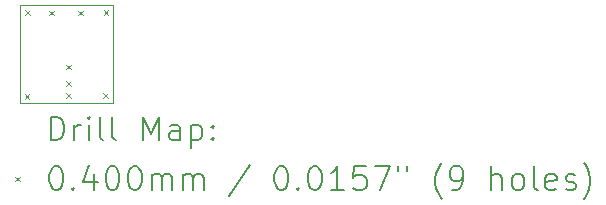
<source format=gbr>
%TF.GenerationSoftware,KiCad,Pcbnew,7.0.9*%
%TF.CreationDate,2025-04-05T19:15:52-04:00*%
%TF.ProjectId,Pneumatactor_WiredPressureSensing,506e6575-6d61-4746-9163-746f725f5769,rev?*%
%TF.SameCoordinates,Original*%
%TF.FileFunction,Drillmap*%
%TF.FilePolarity,Positive*%
%FSLAX45Y45*%
G04 Gerber Fmt 4.5, Leading zero omitted, Abs format (unit mm)*
G04 Created by KiCad (PCBNEW 7.0.9) date 2025-04-05 19:15:52*
%MOMM*%
%LPD*%
G01*
G04 APERTURE LIST*
%ADD10C,0.100000*%
%ADD11C,0.200000*%
G04 APERTURE END LIST*
D10*
X3797300Y-3111500D02*
X4584700Y-3111500D01*
X4584700Y-3937000D01*
X3797300Y-3937000D01*
X3797300Y-3111500D01*
D11*
D10*
X3833497Y-3864243D02*
X3873497Y-3904243D01*
X3873497Y-3864243D02*
X3833497Y-3904243D01*
X3840229Y-3153665D02*
X3880229Y-3193665D01*
X3880229Y-3153665D02*
X3840229Y-3193665D01*
X4044000Y-3155000D02*
X4084000Y-3195000D01*
X4084000Y-3155000D02*
X4044000Y-3195000D01*
X4183700Y-3612200D02*
X4223700Y-3652200D01*
X4223700Y-3612200D02*
X4183700Y-3652200D01*
X4183700Y-3751900D02*
X4223700Y-3791900D01*
X4223700Y-3751900D02*
X4183700Y-3791900D01*
X4183700Y-3853500D02*
X4223700Y-3893500D01*
X4223700Y-3853500D02*
X4183700Y-3893500D01*
X4285300Y-3155000D02*
X4325300Y-3195000D01*
X4325300Y-3155000D02*
X4285300Y-3195000D01*
X4501200Y-3853500D02*
X4541200Y-3893500D01*
X4541200Y-3853500D02*
X4501200Y-3893500D01*
X4501871Y-3153714D02*
X4541871Y-3193714D01*
X4541871Y-3153714D02*
X4501871Y-3193714D01*
D11*
X4053077Y-4253484D02*
X4053077Y-4053484D01*
X4053077Y-4053484D02*
X4100696Y-4053484D01*
X4100696Y-4053484D02*
X4129267Y-4063008D01*
X4129267Y-4063008D02*
X4148315Y-4082055D01*
X4148315Y-4082055D02*
X4157839Y-4101103D01*
X4157839Y-4101103D02*
X4167362Y-4139198D01*
X4167362Y-4139198D02*
X4167362Y-4167769D01*
X4167362Y-4167769D02*
X4157839Y-4205865D01*
X4157839Y-4205865D02*
X4148315Y-4224912D01*
X4148315Y-4224912D02*
X4129267Y-4243960D01*
X4129267Y-4243960D02*
X4100696Y-4253484D01*
X4100696Y-4253484D02*
X4053077Y-4253484D01*
X4253077Y-4253484D02*
X4253077Y-4120150D01*
X4253077Y-4158246D02*
X4262601Y-4139198D01*
X4262601Y-4139198D02*
X4272124Y-4129674D01*
X4272124Y-4129674D02*
X4291172Y-4120150D01*
X4291172Y-4120150D02*
X4310220Y-4120150D01*
X4376886Y-4253484D02*
X4376886Y-4120150D01*
X4376886Y-4053484D02*
X4367363Y-4063008D01*
X4367363Y-4063008D02*
X4376886Y-4072531D01*
X4376886Y-4072531D02*
X4386410Y-4063008D01*
X4386410Y-4063008D02*
X4376886Y-4053484D01*
X4376886Y-4053484D02*
X4376886Y-4072531D01*
X4500696Y-4253484D02*
X4481648Y-4243960D01*
X4481648Y-4243960D02*
X4472124Y-4224912D01*
X4472124Y-4224912D02*
X4472124Y-4053484D01*
X4605458Y-4253484D02*
X4586410Y-4243960D01*
X4586410Y-4243960D02*
X4576886Y-4224912D01*
X4576886Y-4224912D02*
X4576886Y-4053484D01*
X4834029Y-4253484D02*
X4834029Y-4053484D01*
X4834029Y-4053484D02*
X4900696Y-4196341D01*
X4900696Y-4196341D02*
X4967363Y-4053484D01*
X4967363Y-4053484D02*
X4967363Y-4253484D01*
X5148315Y-4253484D02*
X5148315Y-4148722D01*
X5148315Y-4148722D02*
X5138791Y-4129674D01*
X5138791Y-4129674D02*
X5119744Y-4120150D01*
X5119744Y-4120150D02*
X5081648Y-4120150D01*
X5081648Y-4120150D02*
X5062601Y-4129674D01*
X5148315Y-4243960D02*
X5129267Y-4253484D01*
X5129267Y-4253484D02*
X5081648Y-4253484D01*
X5081648Y-4253484D02*
X5062601Y-4243960D01*
X5062601Y-4243960D02*
X5053077Y-4224912D01*
X5053077Y-4224912D02*
X5053077Y-4205865D01*
X5053077Y-4205865D02*
X5062601Y-4186817D01*
X5062601Y-4186817D02*
X5081648Y-4177293D01*
X5081648Y-4177293D02*
X5129267Y-4177293D01*
X5129267Y-4177293D02*
X5148315Y-4167769D01*
X5243553Y-4120150D02*
X5243553Y-4320150D01*
X5243553Y-4129674D02*
X5262601Y-4120150D01*
X5262601Y-4120150D02*
X5300696Y-4120150D01*
X5300696Y-4120150D02*
X5319744Y-4129674D01*
X5319744Y-4129674D02*
X5329267Y-4139198D01*
X5329267Y-4139198D02*
X5338791Y-4158246D01*
X5338791Y-4158246D02*
X5338791Y-4215389D01*
X5338791Y-4215389D02*
X5329267Y-4234436D01*
X5329267Y-4234436D02*
X5319744Y-4243960D01*
X5319744Y-4243960D02*
X5300696Y-4253484D01*
X5300696Y-4253484D02*
X5262601Y-4253484D01*
X5262601Y-4253484D02*
X5243553Y-4243960D01*
X5424505Y-4234436D02*
X5434029Y-4243960D01*
X5434029Y-4243960D02*
X5424505Y-4253484D01*
X5424505Y-4253484D02*
X5414982Y-4243960D01*
X5414982Y-4243960D02*
X5424505Y-4234436D01*
X5424505Y-4234436D02*
X5424505Y-4253484D01*
X5424505Y-4129674D02*
X5434029Y-4139198D01*
X5434029Y-4139198D02*
X5424505Y-4148722D01*
X5424505Y-4148722D02*
X5414982Y-4139198D01*
X5414982Y-4139198D02*
X5424505Y-4129674D01*
X5424505Y-4129674D02*
X5424505Y-4148722D01*
D10*
X3752300Y-4562000D02*
X3792300Y-4602000D01*
X3792300Y-4562000D02*
X3752300Y-4602000D01*
D11*
X4091172Y-4473484D02*
X4110220Y-4473484D01*
X4110220Y-4473484D02*
X4129267Y-4483008D01*
X4129267Y-4483008D02*
X4138791Y-4492531D01*
X4138791Y-4492531D02*
X4148315Y-4511579D01*
X4148315Y-4511579D02*
X4157839Y-4549674D01*
X4157839Y-4549674D02*
X4157839Y-4597293D01*
X4157839Y-4597293D02*
X4148315Y-4635389D01*
X4148315Y-4635389D02*
X4138791Y-4654436D01*
X4138791Y-4654436D02*
X4129267Y-4663960D01*
X4129267Y-4663960D02*
X4110220Y-4673484D01*
X4110220Y-4673484D02*
X4091172Y-4673484D01*
X4091172Y-4673484D02*
X4072124Y-4663960D01*
X4072124Y-4663960D02*
X4062601Y-4654436D01*
X4062601Y-4654436D02*
X4053077Y-4635389D01*
X4053077Y-4635389D02*
X4043553Y-4597293D01*
X4043553Y-4597293D02*
X4043553Y-4549674D01*
X4043553Y-4549674D02*
X4053077Y-4511579D01*
X4053077Y-4511579D02*
X4062601Y-4492531D01*
X4062601Y-4492531D02*
X4072124Y-4483008D01*
X4072124Y-4483008D02*
X4091172Y-4473484D01*
X4243553Y-4654436D02*
X4253077Y-4663960D01*
X4253077Y-4663960D02*
X4243553Y-4673484D01*
X4243553Y-4673484D02*
X4234029Y-4663960D01*
X4234029Y-4663960D02*
X4243553Y-4654436D01*
X4243553Y-4654436D02*
X4243553Y-4673484D01*
X4424505Y-4540150D02*
X4424505Y-4673484D01*
X4376886Y-4463960D02*
X4329267Y-4606817D01*
X4329267Y-4606817D02*
X4453077Y-4606817D01*
X4567363Y-4473484D02*
X4586410Y-4473484D01*
X4586410Y-4473484D02*
X4605458Y-4483008D01*
X4605458Y-4483008D02*
X4614982Y-4492531D01*
X4614982Y-4492531D02*
X4624505Y-4511579D01*
X4624505Y-4511579D02*
X4634029Y-4549674D01*
X4634029Y-4549674D02*
X4634029Y-4597293D01*
X4634029Y-4597293D02*
X4624505Y-4635389D01*
X4624505Y-4635389D02*
X4614982Y-4654436D01*
X4614982Y-4654436D02*
X4605458Y-4663960D01*
X4605458Y-4663960D02*
X4586410Y-4673484D01*
X4586410Y-4673484D02*
X4567363Y-4673484D01*
X4567363Y-4673484D02*
X4548315Y-4663960D01*
X4548315Y-4663960D02*
X4538791Y-4654436D01*
X4538791Y-4654436D02*
X4529267Y-4635389D01*
X4529267Y-4635389D02*
X4519744Y-4597293D01*
X4519744Y-4597293D02*
X4519744Y-4549674D01*
X4519744Y-4549674D02*
X4529267Y-4511579D01*
X4529267Y-4511579D02*
X4538791Y-4492531D01*
X4538791Y-4492531D02*
X4548315Y-4483008D01*
X4548315Y-4483008D02*
X4567363Y-4473484D01*
X4757839Y-4473484D02*
X4776886Y-4473484D01*
X4776886Y-4473484D02*
X4795934Y-4483008D01*
X4795934Y-4483008D02*
X4805458Y-4492531D01*
X4805458Y-4492531D02*
X4814982Y-4511579D01*
X4814982Y-4511579D02*
X4824505Y-4549674D01*
X4824505Y-4549674D02*
X4824505Y-4597293D01*
X4824505Y-4597293D02*
X4814982Y-4635389D01*
X4814982Y-4635389D02*
X4805458Y-4654436D01*
X4805458Y-4654436D02*
X4795934Y-4663960D01*
X4795934Y-4663960D02*
X4776886Y-4673484D01*
X4776886Y-4673484D02*
X4757839Y-4673484D01*
X4757839Y-4673484D02*
X4738791Y-4663960D01*
X4738791Y-4663960D02*
X4729267Y-4654436D01*
X4729267Y-4654436D02*
X4719744Y-4635389D01*
X4719744Y-4635389D02*
X4710220Y-4597293D01*
X4710220Y-4597293D02*
X4710220Y-4549674D01*
X4710220Y-4549674D02*
X4719744Y-4511579D01*
X4719744Y-4511579D02*
X4729267Y-4492531D01*
X4729267Y-4492531D02*
X4738791Y-4483008D01*
X4738791Y-4483008D02*
X4757839Y-4473484D01*
X4910220Y-4673484D02*
X4910220Y-4540150D01*
X4910220Y-4559198D02*
X4919744Y-4549674D01*
X4919744Y-4549674D02*
X4938791Y-4540150D01*
X4938791Y-4540150D02*
X4967363Y-4540150D01*
X4967363Y-4540150D02*
X4986410Y-4549674D01*
X4986410Y-4549674D02*
X4995934Y-4568722D01*
X4995934Y-4568722D02*
X4995934Y-4673484D01*
X4995934Y-4568722D02*
X5005458Y-4549674D01*
X5005458Y-4549674D02*
X5024505Y-4540150D01*
X5024505Y-4540150D02*
X5053077Y-4540150D01*
X5053077Y-4540150D02*
X5072125Y-4549674D01*
X5072125Y-4549674D02*
X5081648Y-4568722D01*
X5081648Y-4568722D02*
X5081648Y-4673484D01*
X5176886Y-4673484D02*
X5176886Y-4540150D01*
X5176886Y-4559198D02*
X5186410Y-4549674D01*
X5186410Y-4549674D02*
X5205458Y-4540150D01*
X5205458Y-4540150D02*
X5234029Y-4540150D01*
X5234029Y-4540150D02*
X5253077Y-4549674D01*
X5253077Y-4549674D02*
X5262601Y-4568722D01*
X5262601Y-4568722D02*
X5262601Y-4673484D01*
X5262601Y-4568722D02*
X5272125Y-4549674D01*
X5272125Y-4549674D02*
X5291172Y-4540150D01*
X5291172Y-4540150D02*
X5319744Y-4540150D01*
X5319744Y-4540150D02*
X5338791Y-4549674D01*
X5338791Y-4549674D02*
X5348315Y-4568722D01*
X5348315Y-4568722D02*
X5348315Y-4673484D01*
X5738791Y-4463960D02*
X5567363Y-4721103D01*
X5995934Y-4473484D02*
X6014982Y-4473484D01*
X6014982Y-4473484D02*
X6034029Y-4483008D01*
X6034029Y-4483008D02*
X6043553Y-4492531D01*
X6043553Y-4492531D02*
X6053077Y-4511579D01*
X6053077Y-4511579D02*
X6062601Y-4549674D01*
X6062601Y-4549674D02*
X6062601Y-4597293D01*
X6062601Y-4597293D02*
X6053077Y-4635389D01*
X6053077Y-4635389D02*
X6043553Y-4654436D01*
X6043553Y-4654436D02*
X6034029Y-4663960D01*
X6034029Y-4663960D02*
X6014982Y-4673484D01*
X6014982Y-4673484D02*
X5995934Y-4673484D01*
X5995934Y-4673484D02*
X5976886Y-4663960D01*
X5976886Y-4663960D02*
X5967363Y-4654436D01*
X5967363Y-4654436D02*
X5957839Y-4635389D01*
X5957839Y-4635389D02*
X5948315Y-4597293D01*
X5948315Y-4597293D02*
X5948315Y-4549674D01*
X5948315Y-4549674D02*
X5957839Y-4511579D01*
X5957839Y-4511579D02*
X5967363Y-4492531D01*
X5967363Y-4492531D02*
X5976886Y-4483008D01*
X5976886Y-4483008D02*
X5995934Y-4473484D01*
X6148315Y-4654436D02*
X6157839Y-4663960D01*
X6157839Y-4663960D02*
X6148315Y-4673484D01*
X6148315Y-4673484D02*
X6138791Y-4663960D01*
X6138791Y-4663960D02*
X6148315Y-4654436D01*
X6148315Y-4654436D02*
X6148315Y-4673484D01*
X6281648Y-4473484D02*
X6300696Y-4473484D01*
X6300696Y-4473484D02*
X6319744Y-4483008D01*
X6319744Y-4483008D02*
X6329267Y-4492531D01*
X6329267Y-4492531D02*
X6338791Y-4511579D01*
X6338791Y-4511579D02*
X6348315Y-4549674D01*
X6348315Y-4549674D02*
X6348315Y-4597293D01*
X6348315Y-4597293D02*
X6338791Y-4635389D01*
X6338791Y-4635389D02*
X6329267Y-4654436D01*
X6329267Y-4654436D02*
X6319744Y-4663960D01*
X6319744Y-4663960D02*
X6300696Y-4673484D01*
X6300696Y-4673484D02*
X6281648Y-4673484D01*
X6281648Y-4673484D02*
X6262601Y-4663960D01*
X6262601Y-4663960D02*
X6253077Y-4654436D01*
X6253077Y-4654436D02*
X6243553Y-4635389D01*
X6243553Y-4635389D02*
X6234029Y-4597293D01*
X6234029Y-4597293D02*
X6234029Y-4549674D01*
X6234029Y-4549674D02*
X6243553Y-4511579D01*
X6243553Y-4511579D02*
X6253077Y-4492531D01*
X6253077Y-4492531D02*
X6262601Y-4483008D01*
X6262601Y-4483008D02*
X6281648Y-4473484D01*
X6538791Y-4673484D02*
X6424506Y-4673484D01*
X6481648Y-4673484D02*
X6481648Y-4473484D01*
X6481648Y-4473484D02*
X6462601Y-4502055D01*
X6462601Y-4502055D02*
X6443553Y-4521103D01*
X6443553Y-4521103D02*
X6424506Y-4530627D01*
X6719744Y-4473484D02*
X6624506Y-4473484D01*
X6624506Y-4473484D02*
X6614982Y-4568722D01*
X6614982Y-4568722D02*
X6624506Y-4559198D01*
X6624506Y-4559198D02*
X6643553Y-4549674D01*
X6643553Y-4549674D02*
X6691172Y-4549674D01*
X6691172Y-4549674D02*
X6710220Y-4559198D01*
X6710220Y-4559198D02*
X6719744Y-4568722D01*
X6719744Y-4568722D02*
X6729267Y-4587770D01*
X6729267Y-4587770D02*
X6729267Y-4635389D01*
X6729267Y-4635389D02*
X6719744Y-4654436D01*
X6719744Y-4654436D02*
X6710220Y-4663960D01*
X6710220Y-4663960D02*
X6691172Y-4673484D01*
X6691172Y-4673484D02*
X6643553Y-4673484D01*
X6643553Y-4673484D02*
X6624506Y-4663960D01*
X6624506Y-4663960D02*
X6614982Y-4654436D01*
X6795934Y-4473484D02*
X6929267Y-4473484D01*
X6929267Y-4473484D02*
X6843553Y-4673484D01*
X6995934Y-4473484D02*
X6995934Y-4511579D01*
X7072125Y-4473484D02*
X7072125Y-4511579D01*
X7367363Y-4749674D02*
X7357839Y-4740150D01*
X7357839Y-4740150D02*
X7338791Y-4711579D01*
X7338791Y-4711579D02*
X7329268Y-4692531D01*
X7329268Y-4692531D02*
X7319744Y-4663960D01*
X7319744Y-4663960D02*
X7310220Y-4616341D01*
X7310220Y-4616341D02*
X7310220Y-4578246D01*
X7310220Y-4578246D02*
X7319744Y-4530627D01*
X7319744Y-4530627D02*
X7329268Y-4502055D01*
X7329268Y-4502055D02*
X7338791Y-4483008D01*
X7338791Y-4483008D02*
X7357839Y-4454436D01*
X7357839Y-4454436D02*
X7367363Y-4444912D01*
X7453077Y-4673484D02*
X7491172Y-4673484D01*
X7491172Y-4673484D02*
X7510220Y-4663960D01*
X7510220Y-4663960D02*
X7519744Y-4654436D01*
X7519744Y-4654436D02*
X7538791Y-4625865D01*
X7538791Y-4625865D02*
X7548315Y-4587770D01*
X7548315Y-4587770D02*
X7548315Y-4511579D01*
X7548315Y-4511579D02*
X7538791Y-4492531D01*
X7538791Y-4492531D02*
X7529268Y-4483008D01*
X7529268Y-4483008D02*
X7510220Y-4473484D01*
X7510220Y-4473484D02*
X7472125Y-4473484D01*
X7472125Y-4473484D02*
X7453077Y-4483008D01*
X7453077Y-4483008D02*
X7443553Y-4492531D01*
X7443553Y-4492531D02*
X7434029Y-4511579D01*
X7434029Y-4511579D02*
X7434029Y-4559198D01*
X7434029Y-4559198D02*
X7443553Y-4578246D01*
X7443553Y-4578246D02*
X7453077Y-4587770D01*
X7453077Y-4587770D02*
X7472125Y-4597293D01*
X7472125Y-4597293D02*
X7510220Y-4597293D01*
X7510220Y-4597293D02*
X7529268Y-4587770D01*
X7529268Y-4587770D02*
X7538791Y-4578246D01*
X7538791Y-4578246D02*
X7548315Y-4559198D01*
X7786410Y-4673484D02*
X7786410Y-4473484D01*
X7872125Y-4673484D02*
X7872125Y-4568722D01*
X7872125Y-4568722D02*
X7862601Y-4549674D01*
X7862601Y-4549674D02*
X7843553Y-4540150D01*
X7843553Y-4540150D02*
X7814982Y-4540150D01*
X7814982Y-4540150D02*
X7795934Y-4549674D01*
X7795934Y-4549674D02*
X7786410Y-4559198D01*
X7995934Y-4673484D02*
X7976887Y-4663960D01*
X7976887Y-4663960D02*
X7967363Y-4654436D01*
X7967363Y-4654436D02*
X7957839Y-4635389D01*
X7957839Y-4635389D02*
X7957839Y-4578246D01*
X7957839Y-4578246D02*
X7967363Y-4559198D01*
X7967363Y-4559198D02*
X7976887Y-4549674D01*
X7976887Y-4549674D02*
X7995934Y-4540150D01*
X7995934Y-4540150D02*
X8024506Y-4540150D01*
X8024506Y-4540150D02*
X8043553Y-4549674D01*
X8043553Y-4549674D02*
X8053077Y-4559198D01*
X8053077Y-4559198D02*
X8062601Y-4578246D01*
X8062601Y-4578246D02*
X8062601Y-4635389D01*
X8062601Y-4635389D02*
X8053077Y-4654436D01*
X8053077Y-4654436D02*
X8043553Y-4663960D01*
X8043553Y-4663960D02*
X8024506Y-4673484D01*
X8024506Y-4673484D02*
X7995934Y-4673484D01*
X8176887Y-4673484D02*
X8157839Y-4663960D01*
X8157839Y-4663960D02*
X8148315Y-4644912D01*
X8148315Y-4644912D02*
X8148315Y-4473484D01*
X8329268Y-4663960D02*
X8310220Y-4673484D01*
X8310220Y-4673484D02*
X8272125Y-4673484D01*
X8272125Y-4673484D02*
X8253077Y-4663960D01*
X8253077Y-4663960D02*
X8243553Y-4644912D01*
X8243553Y-4644912D02*
X8243553Y-4568722D01*
X8243553Y-4568722D02*
X8253077Y-4549674D01*
X8253077Y-4549674D02*
X8272125Y-4540150D01*
X8272125Y-4540150D02*
X8310220Y-4540150D01*
X8310220Y-4540150D02*
X8329268Y-4549674D01*
X8329268Y-4549674D02*
X8338791Y-4568722D01*
X8338791Y-4568722D02*
X8338791Y-4587770D01*
X8338791Y-4587770D02*
X8243553Y-4606817D01*
X8414982Y-4663960D02*
X8434030Y-4673484D01*
X8434030Y-4673484D02*
X8472125Y-4673484D01*
X8472125Y-4673484D02*
X8491173Y-4663960D01*
X8491173Y-4663960D02*
X8500696Y-4644912D01*
X8500696Y-4644912D02*
X8500696Y-4635389D01*
X8500696Y-4635389D02*
X8491173Y-4616341D01*
X8491173Y-4616341D02*
X8472125Y-4606817D01*
X8472125Y-4606817D02*
X8443553Y-4606817D01*
X8443553Y-4606817D02*
X8424506Y-4597293D01*
X8424506Y-4597293D02*
X8414982Y-4578246D01*
X8414982Y-4578246D02*
X8414982Y-4568722D01*
X8414982Y-4568722D02*
X8424506Y-4549674D01*
X8424506Y-4549674D02*
X8443553Y-4540150D01*
X8443553Y-4540150D02*
X8472125Y-4540150D01*
X8472125Y-4540150D02*
X8491173Y-4549674D01*
X8567363Y-4749674D02*
X8576887Y-4740150D01*
X8576887Y-4740150D02*
X8595934Y-4711579D01*
X8595934Y-4711579D02*
X8605458Y-4692531D01*
X8605458Y-4692531D02*
X8614982Y-4663960D01*
X8614982Y-4663960D02*
X8624506Y-4616341D01*
X8624506Y-4616341D02*
X8624506Y-4578246D01*
X8624506Y-4578246D02*
X8614982Y-4530627D01*
X8614982Y-4530627D02*
X8605458Y-4502055D01*
X8605458Y-4502055D02*
X8595934Y-4483008D01*
X8595934Y-4483008D02*
X8576887Y-4454436D01*
X8576887Y-4454436D02*
X8567363Y-4444912D01*
M02*

</source>
